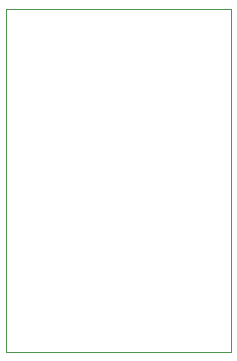
<source format=gm1>
G04 Layer_Color=16711935*
%FSLAX25Y25*%
%MOIN*%
G70*
G01*
G75*
%ADD20C,0.00394*%
D20*
X443898Y223425D02*
X518701D01*
Y337598D01*
X443898D02*
X518701D01*
X443898Y223425D02*
Y337598D01*
M02*

</source>
